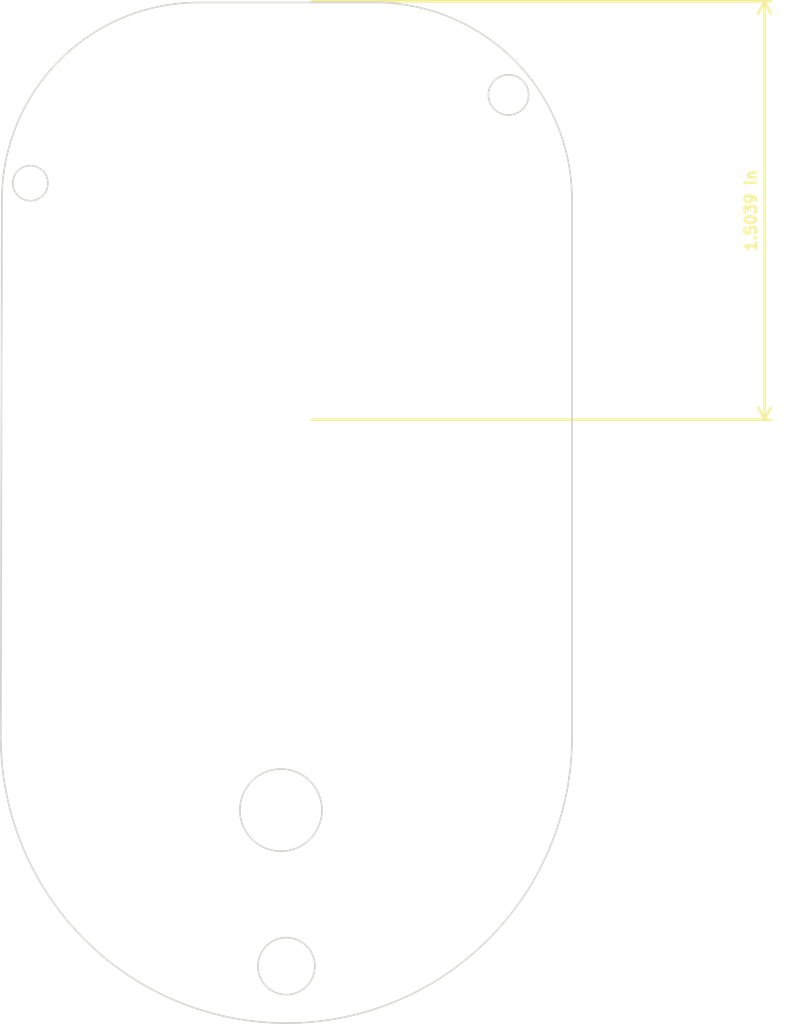
<source format=kicad_pcb>
(kicad_pcb (version 20160815) (host pcbnew 4.1.0-alpha+201608311446+7107~49~ubuntu14.04.1-product)

  (general
    (links 0)
    (no_connects 0)
    (area 126.724999 50.7 201.415477 144.075001)
    (thickness 1.6)
    (drawings 11)
    (tracks 0)
    (zones 0)
    (modules 0)
    (nets 1)
  )

  (page A4)
  (layers
    (0 F.Cu signal)
    (31 B.Cu signal)
    (32 B.Adhes user)
    (33 F.Adhes user)
    (34 B.Paste user)
    (35 F.Paste user)
    (36 B.SilkS user)
    (37 F.SilkS user)
    (38 B.Mask user)
    (39 F.Mask user)
    (40 Dwgs.User user)
    (41 Cmts.User user)
    (42 Eco1.User user)
    (43 Eco2.User user)
    (44 Edge.Cuts user)
    (45 Margin user)
    (46 B.CrtYd user)
    (47 F.CrtYd user)
    (48 B.Fab user)
    (49 F.Fab user)
  )

  (setup
    (last_trace_width 0.7)
    (trace_clearance 0.1)
    (zone_clearance 0.4)
    (zone_45_only no)
    (trace_min 0.1)
    (segment_width 0.2)
    (edge_width 0.15)
    (via_size 1.1)
    (via_drill 0.6)
    (via_min_size 1.1)
    (via_min_drill 0.6)
    (uvia_size 0.6)
    (uvia_drill 0.5)
    (uvias_allowed no)
    (uvia_min_size 0)
    (uvia_min_drill 0)
    (pcb_text_width 0.3)
    (pcb_text_size 1 1)
    (mod_edge_width 0.15)
    (mod_text_size 1 1)
    (mod_text_width 0.15)
    (pad_size 0.381 0.381)
    (pad_drill 0.381)
    (pad_to_mask_clearance 0.2)
    (aux_axis_origin 0 0)
    (visible_elements FFFFFF7F)
    (pcbplotparams
      (layerselection 0x00030_ffffffff)
      (usegerberextensions false)
      (excludeedgelayer true)
      (linewidth 0.254000)
      (plotframeref false)
      (viasonmask false)
      (mode 1)
      (useauxorigin false)
      (hpglpennumber 1)
      (hpglpenspeed 20)
      (hpglpendiameter 15)
      (psnegative false)
      (psa4output false)
      (plotreference true)
      (plotvalue true)
      (plotinvisibletext false)
      (padsonsilk false)
      (subtractmaskfromsilk false)
      (outputformat 1)
      (mirror false)
      (drillshape 0)
      (scaleselection 1)
      (outputdirectory ../assets/))
  )

  (net 0 "")

  (net_class Default "This is the default net class."
    (clearance 0.1)
    (trace_width 0.7)
    (via_dia 1.1)
    (via_drill 0.6)
    (uvia_dia 0.6)
    (uvia_drill 0.5)
    (diff_pair_gap 0.25)
    (diff_pair_width 0.2)
  )

  (dimension 38.2 (width 0.25) (layer F.SilkS)
    (gr_text "1,5039 in" (at 197.6 69.8 270) (layer F.SilkS)
      (effects (font (size 1 1) (thickness 0.25)))
    )
    (feature1 (pts (xy 155.2 88.9) (xy 198.6 88.9)))
    (feature2 (pts (xy 155.2 50.7) (xy 198.6 50.7)))
    (crossbar (pts (xy 196.6 50.7) (xy 196.6 88.9)))
    (arrow1a (pts (xy 196.6 88.9) (xy 196.013579 87.773496)))
    (arrow1b (pts (xy 196.6 88.9) (xy 197.186421 87.773496)))
    (arrow2a (pts (xy 196.6 50.7) (xy 196.013579 51.826504)))
    (arrow2b (pts (xy 196.6 50.7) (xy 197.186421 51.826504)))
  )
  (gr_circle (center 129.496879 67.3) (end 131.096879 67.2) (layer Edge.Cuts) (width 0.15))
  (gr_circle (center 173.2 59.238477) (end 174.9 59.938477) (layer Edge.Cuts) (width 0.15))
  (gr_circle (center 152.9 138.8) (end 155.5 138.7) (layer Edge.Cuts) (width 0.15))
  (gr_line (start 126.8 117.9) (end 126.9 68.8) (layer Edge.Cuts) (width 0.15))
  (gr_arc (start 152.9 117.9) (end 179 117.9) (angle 180) (layer Edge.Cuts) (width 0.15))
  (gr_line (start 179 68.8) (end 179 117.9) (layer Edge.Cuts) (width 0.15))
  (gr_arc (start 161 68.8) (end 161 50.8) (angle 90) (layer Edge.Cuts) (width 0.15))
  (gr_arc (start 144.9 68.8) (end 126.9 68.8) (angle 90) (layer Edge.Cuts) (width 0.15))
  (gr_line (start 144.9 50.8) (end 161 50.8) (layer Edge.Cuts) (width 0.15))
  (gr_circle (center 152.4 124.550265) (end 154.178 121.248265) (layer Edge.Cuts) (width 0.15))

)

</source>
